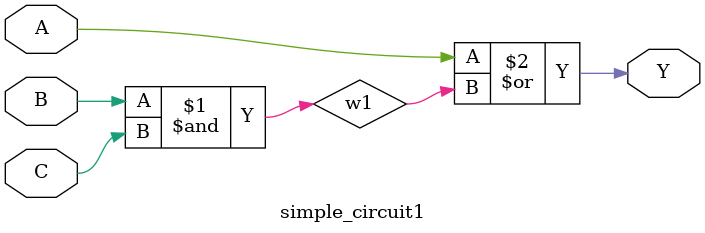
<source format=v>
module simple_circuit1(A,B,C,Y);

input A,B,C;

output Y;

wire w1;

assign w1= B&C;
assign Y= A|w1;

endmodule
</source>
